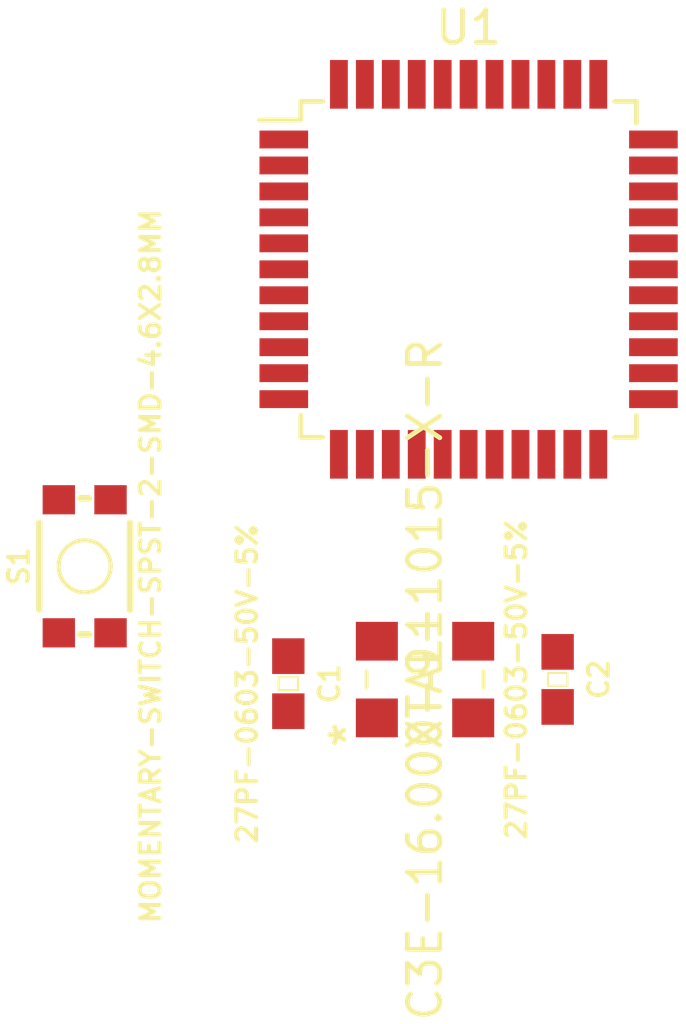
<source format=kicad_pcb>
(kicad_pcb (version 20211014) (generator pcbnew)
  (layers (0 "F.Cu" signal) (31 "B.Cu" signal) (34 "B.Paste" user) (35 "F.Paste" user) (36 "B.SilkS" user "B.Silkscreen") (37 "F.SilkS" user "F.Silkscreen") (38 "B.Mask" user) (39 "F.Mask" user) (44 "Edge.Cuts" user))
  (net 0 "")
  (net 1 "GND")
  (net 2 "XTAL2")
  (net 3 "XTAL1")
  (net 4 "Net-(S1-Pad1)")
  (net 17 "Net-(U1-Pad14)")
  (net 18 "Net-(U1-Pad15)")
  (net 24 "Net-(U1-Pad24)")
  (footprint "Sparkfun-Capacitors:0603" (layer "F.Cu") (at 205.3463 69.56552 -90)
    (fp_text reference "C2" (at 0 -1.27 90) (layer "F.SilkS") (effects (font (size 0.6096 0.6096) (thickness 0.127))))
    (fp_text value "27PF-0603-50V-5%" (at 0 1.27 90) (layer "F.SilkS") (effects (font (size 0.6096 0.6096) (thickness 0.127))))
    (fp_line (start -0.19812 0.29972) (end -0.19812 -0.29972) (layer "F.SilkS") (width 0.06604))
    (fp_line (start -0.19812 0.29972) (end 0.19812 0.29972) (layer "F.SilkS") (width 0.06604))
    (fp_line (start 0.19812 0.29972) (end 0.19812 -0.29972) (layer "F.SilkS") (width 0.06604))
    (fp_line (start -0.19812 -0.29972) (end 0.19812 -0.29972) (layer "F.SilkS") (width 0.06604))
    (pad "1" smd rect locked (at -0.84836 0 270) (size 1.09982 0.99822) (layers "F.Cu" "F.Paste" "F.Mask") (net 3 "XTAL1"))
    (pad "2" smd rect locked (at 0.84836 0 270) (size 1.09982 0.99822) (layers "F.Cu" "F.Paste" "F.Mask") (net 1 "GND"))
  )
  (footprint "C3E-16.000-9-1015-X-R:C3E-16.000-9-1015-X-R" (layer "F.Cu") (at 201.2569 69.5706 90)
    (fp_text reference "XTAL1" (at 0 0 90) (layer "F.SilkS"))
    (fp_text value "C3E-16.000-9-1015-X-R" (at 0 0 90) (layer "F.SilkS"))
    (fp_text user "*" (at -1.7018 -2.3876 90) (layer "F.SilkS"))
    (fp_text user "*" (at -1.7018 -2.3876 90) (layer "F.SilkS"))
    (fp_line (start -0.25146 1.8034) (end 0.25146 1.8034) (layer "F.SilkS") (width 0.12))
    (fp_line (start -0.25146 -1.8034) (end 0.25146 -1.8034) (layer "F.SilkS") (width 0.12))
    (pad "1" smd rect locked (at -1.1811 -1.4859 90) (size 1.1938 1.2954) (layers "F.Cu" "F.Paste" "F.Mask") (net 2 "XTAL2"))
    (pad "2" smd rect locked (at -1.1811 1.4859 90) (size 1.1938 1.2954) (layers "F.Cu" "F.Paste" "F.Mask") (net 1 "GND"))
    (pad "3" smd rect locked (at 1.1811 1.4859 90) (size 1.1938 1.2954) (layers "F.Cu" "F.Paste" "F.Mask") (net 3 "XTAL1"))
    (pad "4" smd rect locked (at 1.1811 -1.4859 90) (size 1.1938 1.2954) (layers "F.Cu" "F.Paste" "F.Mask") (net 1 "GND"))
  )
  (footprint "Sparkfun-Switches:TACTILE_SWITCH_SMD_4.6X2.8MM" (layer "F.Cu") (at 190.75908 66.08064 90)
    (fp_text reference "S1" (at 0 -2.032 90) (layer "F.SilkS") (effects (font (size 0.6096 0.6096) (thickness 0.127))))
    (fp_text value "MOMENTARY-SWITCH-SPST-2-SMD-4.6X2.8MM" (at 0 2.032 90) (layer "F.SilkS") (effects (font (size 0.6096 0.6096) (thickness 0.127))))
    (fp_line (start 2.09804 0.12954) (end 2.09804 -0.12954) (layer "F.SilkS") (width 0.2032))
    (fp_line (start -2.09804 -0.12954) (end -2.09804 0.12954) (layer "F.SilkS") (width 0.2032))
    (fp_line (start -1.33604 -1.39954) (end 1.33604 -1.39954) (layer "F.SilkS") (width 0.2032))
    (fp_line (start 1.33604 1.39954) (end -1.33604 1.39954) (layer "F.SilkS") (width 0.2032))
    (fp_circle (center 0 0) (end 0 -0.80264) (layer "F.SilkS") (width 0.127) (fill none))
    (pad "1" smd rect locked (at -2.04978 0.79756 90) (size 0.89916 0.99822) (layers "F.Cu" "F.Paste" "F.Mask") (net 4 "Net-(S1-Pad1)"))
    (pad "2" smd rect locked (at 2.04978 0.79756 90) (size 0.89916 0.99822) (layers "F.Cu" "F.Paste" "F.Mask") (net 4 "Net-(S1-Pad1)"))
    (pad "3" smd rect locked (at 2.04978 -0.79756 90) (size 0.89916 0.99822) (layers "F.Cu" "F.Paste" "F.Mask") (net 1 "GND"))
    (pad "4" smd rect locked (at -2.04978 -0.79756 90) (size 0.89916 0.99822) (layers "F.Cu" "F.Paste" "F.Mask") (net 1 "GND"))
  )
  (footprint "Sparkfun-Capacitors:0603" (layer "F.Cu") (at 197.0405 69.6976 -90)
    (fp_text reference "C1" (at 0 -1.27 90) (layer "F.SilkS") (effects (font (size 0.6096 0.6096) (thickness 0.127))))
    (fp_text value "27PF-0603-50V-5%" (at 0 1.27 90) (layer "F.SilkS") (effects (font (size 0.6096 0.6096) (thickness 0.127))))
    (fp_line (start -0.19812 -0.29972) (end 0.19812 -0.29972) (layer "F.SilkS") (width 0.06604))
    (fp_line (start -0.19812 0.29972) (end -0.19812 -0.29972) (layer "F.SilkS") (width 0.06604))
    (fp_line (start -0.19812 0.29972) (end 0.19812 0.29972) (layer "F.SilkS") (width 0.06604))
    (fp_line (start 0.19812 0.29972) (end 0.19812 -0.29972) (layer "F.SilkS") (width 0.06604))
    (pad "1" smd rect locked (at -0.84836 0 270) (size 1.09982 0.99822) (layers "F.Cu" "F.Paste" "F.Mask") (net 1 "GND"))
    (pad "2" smd rect locked (at 0.84836 0 270) (size 1.09982 0.99822) (layers "F.Cu" "F.Paste" "F.Mask") (net 2 "XTAL2"))
  )
  (footprint "Package_QFP:TQFP-44_10x10mm_P0.8mm" (layer "F.Cu") (at 202.60062 56.93018)
    (fp_text reference "U1" (at 0 -7.45) (layer "F.SilkS"))
    (fp_text value "ATmega32U4-A")
    (fp_line (start 5.175 -5.175) (end 5.175 -4.5) (layer "F.SilkS") (width 0.15))
    (fp_line (start 5.175 5.175) (end 4.5 5.175) (layer "F.SilkS") (width 0.15))
    (fp_line (start -5.175 5.175) (end -5.175 4.5) (layer "F.SilkS") (width 0.15))
    (fp_line (start 5.175 5.175) (end 5.175 4.5) (layer "F.SilkS") (width 0.15))
    (fp_line (start -5.175 5.175) (end -4.5 5.175) (layer "F.SilkS") (width 0.15))
    (fp_line (start -5.175 -5.175) (end -4.5 -5.175) (layer "F.SilkS") (width 0.15))
    (fp_line (start -5.175 -5.175) (end -5.175 -4.6) (layer "F.SilkS") (width 0.15))
    (fp_line (start 5.175 -5.175) (end 4.5 -5.175) (layer "F.SilkS") (width 0.15))
    (fp_line (start -5.175 -4.6) (end -6.45 -4.6) (layer "F.SilkS") (width 0.15))
    (pad "1" smd rect (at -5.7 -4) (size 1.5 0.55) (layers "F.Cu" "F.Paste" "F.Mask"))
    (pad "2" smd rect (at -5.7 -3.2) (size 1.5 0.55) (layers "F.Cu" "F.Paste" "F.Mask"))
    (pad "3" smd rect (at -5.7 -2.4) (size 1.5 0.55) (layers "F.Cu" "F.Paste" "F.Mask"))
    (pad "4" smd rect (at -5.7 -1.6) (size 1.5 0.55) (layers "F.Cu" "F.Paste" "F.Mask"))
    (pad "5" smd rect (at -5.7 -0.8) (size 1.5 0.55) (layers "F.Cu" "F.Paste" "F.Mask"))
    (pad "6" smd rect (at -5.7 0) (size 1.5 0.55) (layers "F.Cu" "F.Paste" "F.Mask"))
    (pad "7" smd rect (at -5.7 0.8) (size 1.5 0.55) (layers "F.Cu" "F.Paste" "F.Mask"))
    (pad "8" smd rect (at -5.7 1.6) (size 1.5 0.55) (layers "F.Cu" "F.Paste" "F.Mask"))
    (pad "9" smd rect (at -5.7 2.4) (size 1.5 0.55) (layers "F.Cu" "F.Paste" "F.Mask"))
    (pad "10" smd rect (at -5.7 3.2) (size 1.5 0.55) (layers "F.Cu" "F.Paste" "F.Mask"))
    (pad "11" smd rect (at -5.7 4) (size 1.5 0.55) (layers "F.Cu" "F.Paste" "F.Mask"))
    (pad "12" smd rect (at -4 5.7 90) (size 1.5 0.55) (layers "F.Cu" "F.Paste" "F.Mask"))
    (pad "13" smd rect (at -3.2 5.7 90) (size 1.5 0.55) (layers "F.Cu" "F.Paste" "F.Mask") (net 4 "Net-(S1-Pad1)"))
    (pad "14" smd rect (at -2.4 5.7 90) (size 1.5 0.55) (layers "F.Cu" "F.Paste" "F.Mask") (net 17 "Net-(U1-Pad14)"))
    (pad "15" smd rect (at -1.6 5.7 90) (size 1.5 0.55) (layers "F.Cu" "F.Paste" "F.Mask") (net 18 "Net-(U1-Pad15)"))
    (pad "16" smd rect (at -0.8 5.7 90) (size 1.5 0.55) (layers "F.Cu" "F.Paste" "F.Mask") (net 2 "XTAL2"))
    (pad "17" smd rect (at 0 5.7 90) (size 1.5 0.55) (layers "F.Cu" "F.Paste" "F.Mask") (net 3 "XTAL1"))
    (pad "18" smd rect (at 0.8 5.7 90) (size 1.5 0.55) (layers "F.Cu" "F.Paste" "F.Mask"))
    (pad "19" smd rect (at 1.6 5.7 90) (size 1.5 0.55) (layers "F.Cu" "F.Paste" "F.Mask"))
    (pad "20" smd rect (at 2.4 5.7 90) (size 1.5 0.55) (layers "F.Cu" "F.Paste" "F.Mask"))
    (pad "21" smd rect (at 3.2 5.7 90) (size 1.5 0.55) (layers "F.Cu" "F.Paste" "F.Mask"))
    (pad "22" smd rect (at 4 5.7 90) (size 1.5 0.55) (layers "F.Cu" "F.Paste" "F.Mask"))
    (pad "23" smd rect (at 5.7 4) (size 1.5 0.55) (layers "F.Cu" "F.Paste" "F.Mask") (net 18 "Net-(U1-Pad15)"))
    (pad "24" smd rect (at 5.7 3.2) (size 1.5 0.55) (layers "F.Cu" "F.Paste" "F.Mask") (net 24 "Net-(U1-Pad24)"))
    (pad "25" smd rect (at 5.7 2.4) (size 1.5 0.55) (layers "F.Cu" "F.Paste" "F.Mask"))
    (pad "26" smd rect (at 5.7 1.6) (size 1.5 0.55) (layers "F.Cu" "F.Paste" "F.Mask"))
    (pad "27" smd rect (at 5.7 0.8) (size 1.5 0.55) (layers "F.Cu" "F.Paste" "F.Mask"))
    (pad "28" smd rect (at 5.7 0) (size 1.5 0.55) (layers "F.Cu" "F.Paste" "F.Mask"))
    (pad "29" smd rect (at 5.7 -0.8) (size 1.5 0.55) (layers "F.Cu" "F.Paste" "F.Mask"))
    (pad "30" smd rect (at 5.7 -1.6) (size 1.5 0.55) (layers "F.Cu" "F.Paste" "F.Mask"))
    (pad "31" smd rect (at 5.7 -2.4) (size 1.5 0.55) (layers "F.Cu" "F.Paste" "F.Mask"))
    (pad "32" smd rect (at 5.7 -3.2) (size 1.5 0.55) (layers "F.Cu" "F.Paste" "F.Mask"))
    (pad "33" smd rect (at 5.7 -4) (size 1.5 0.55) (layers "F.Cu" "F.Paste" "F.Mask"))
    (pad "34" smd rect (at 4 -5.7 90) (size 1.5 0.55) (layers "F.Cu" "F.Paste" "F.Mask") (net 17 "Net-(U1-Pad14)"))
    (pad "35" smd rect (at 3.2 -5.7 90) (size 1.5 0.55) (layers "F.Cu" "F.Paste" "F.Mask") (net 18 "Net-(U1-Pad15)"))
    (pad "36" smd rect (at 2.4 -5.7 90) (size 1.5 0.55) (layers "F.Cu" "F.Paste" "F.Mask"))
    (pad "37" smd rect (at 1.6 -5.7 90) (size 1.5 0.55) (layers "F.Cu" "F.Paste" "F.Mask"))
    (pad "38" smd rect (at 0.8 -5.7 90) (size 1.5 0.55) (layers "F.Cu" "F.Paste" "F.Mask"))
    (pad "39" smd rect (at 0 -5.7 90) (size 1.5 0.55) (layers "F.Cu" "F.Paste" "F.Mask"))
    (pad "40" smd rect (at -0.8 -5.7 90) (size 1.5 0.55) (layers "F.Cu" "F.Paste" "F.Mask"))
    (pad "41" smd rect (at -1.6 -5.7 90) (size 1.5 0.55) (layers "F.Cu" "F.Paste" "F.Mask"))
    (pad "42" smd rect (at -2.4 -5.7 90) (size 1.5 0.55) (layers "F.Cu" "F.Paste" "F.Mask"))
    (pad "43" smd rect (at -3.2 -5.7 90) (size 1.5 0.55) (layers "F.Cu" "F.Paste" "F.Mask") (net 18 "Net-(U1-Pad15)"))
    (pad "44" smd rect (at -4 -5.7 90) (size 1.5 0.55) (layers "F.Cu" "F.Paste" "F.Mask") (net 24 "Net-(U1-Pad24)"))
  )
)
</source>
